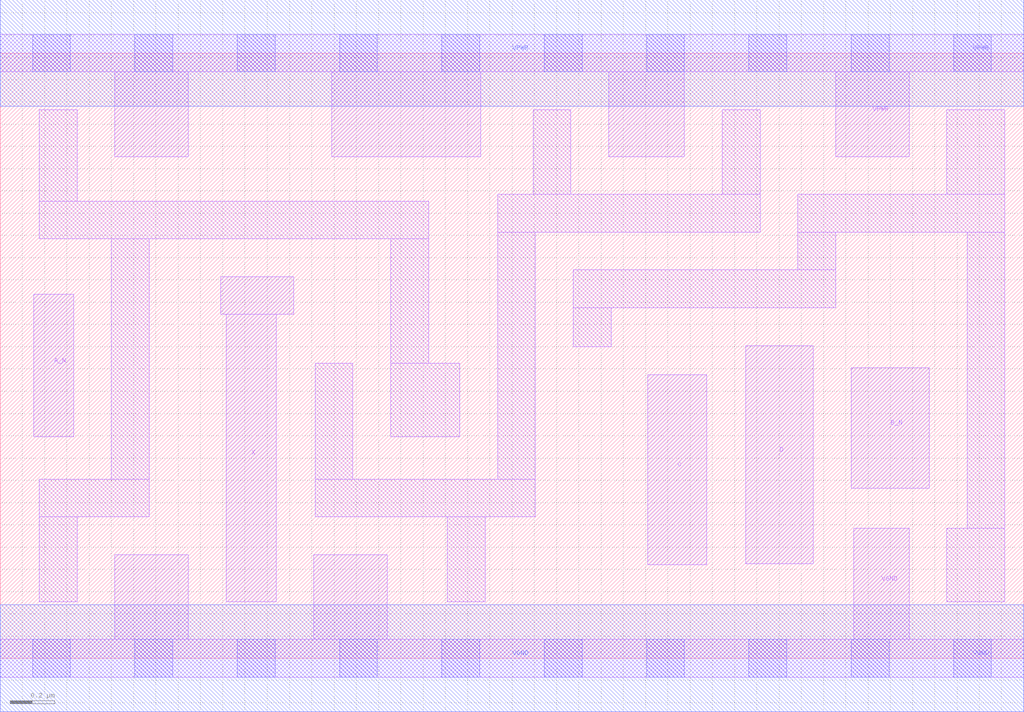
<source format=lef>
# Copyright 2020 The SkyWater PDK Authors
#
# Licensed under the Apache License, Version 2.0 (the "License");
# you may not use this file except in compliance with the License.
# You may obtain a copy of the License at
#
#     https://www.apache.org/licenses/LICENSE-2.0
#
# Unless required by applicable law or agreed to in writing, software
# distributed under the License is distributed on an "AS IS" BASIS,
# WITHOUT WARRANTIES OR CONDITIONS OF ANY KIND, either express or implied.
# See the License for the specific language governing permissions and
# limitations under the License.
#
# SPDX-License-Identifier: Apache-2.0

VERSION 5.7 ;
  NAMESCASESENSITIVE ON ;
  NOWIREEXTENSIONATPIN ON ;
  DIVIDERCHAR "/" ;
  BUSBITCHARS "[]" ;
UNITS
  DATABASE MICRONS 200 ;
END UNITS
MACRO sky130_fd_sc_hd__and4bb_2
  CLASS CORE ;
  SOURCE USER ;
  FOREIGN sky130_fd_sc_hd__and4bb_2 ;
  ORIGIN  0.000000  0.000000 ;
  SIZE  4.600000 BY  2.720000 ;
  SYMMETRY X Y R90 ;
  SITE unithd ;
  PIN A_N
    ANTENNAGATEAREA  0.126000 ;
    DIRECTION INPUT ;
    USE SIGNAL ;
    PORT
      LAYER li1 ;
        RECT 0.150000 0.995000 0.330000 1.635000 ;
    END
  END A_N
  PIN B_N
    ANTENNAGATEAREA  0.126000 ;
    DIRECTION INPUT ;
    USE SIGNAL ;
    PORT
      LAYER li1 ;
        RECT 3.825000 0.765000 4.175000 1.305000 ;
    END
  END B_N
  PIN C
    ANTENNAGATEAREA  0.126000 ;
    DIRECTION INPUT ;
    USE SIGNAL ;
    PORT
      LAYER li1 ;
        RECT 2.910000 0.420000 3.175000 1.275000 ;
    END
  END C
  PIN D
    ANTENNAGATEAREA  0.126000 ;
    DIRECTION INPUT ;
    USE SIGNAL ;
    PORT
      LAYER li1 ;
        RECT 3.350000 0.425000 3.655000 1.405000 ;
    END
  END D
  PIN X
    ANTENNADIFFAREA  0.445500 ;
    DIRECTION OUTPUT ;
    USE SIGNAL ;
    PORT
      LAYER li1 ;
        RECT 0.990000 1.545000 1.320000 1.715000 ;
        RECT 1.015000 0.255000 1.240000 1.545000 ;
    END
  END X
  PIN VGND
    DIRECTION INOUT ;
    SHAPE ABUTMENT ;
    USE GROUND ;
    PORT
      LAYER li1 ;
        RECT 0.000000 -0.085000 4.600000 0.085000 ;
        RECT 0.515000  0.085000 0.845000 0.465000 ;
        RECT 1.410000  0.085000 1.740000 0.465000 ;
        RECT 3.835000  0.085000 4.085000 0.585000 ;
      LAYER mcon ;
        RECT 0.145000 -0.085000 0.315000 0.085000 ;
        RECT 0.605000 -0.085000 0.775000 0.085000 ;
        RECT 1.065000 -0.085000 1.235000 0.085000 ;
        RECT 1.525000 -0.085000 1.695000 0.085000 ;
        RECT 1.985000 -0.085000 2.155000 0.085000 ;
        RECT 2.445000 -0.085000 2.615000 0.085000 ;
        RECT 2.905000 -0.085000 3.075000 0.085000 ;
        RECT 3.365000 -0.085000 3.535000 0.085000 ;
        RECT 3.825000 -0.085000 3.995000 0.085000 ;
        RECT 4.285000 -0.085000 4.455000 0.085000 ;
      LAYER met1 ;
        RECT 0.000000 -0.240000 4.600000 0.240000 ;
    END
  END VGND
  PIN VPWR
    DIRECTION INOUT ;
    SHAPE ABUTMENT ;
    USE POWER ;
    PORT
      LAYER li1 ;
        RECT 0.000000 2.635000 4.600000 2.805000 ;
        RECT 0.515000 2.255000 0.845000 2.635000 ;
        RECT 1.490000 2.255000 2.160000 2.635000 ;
        RECT 2.735000 2.255000 3.075000 2.635000 ;
        RECT 3.755000 2.255000 4.085000 2.635000 ;
      LAYER mcon ;
        RECT 0.145000 2.635000 0.315000 2.805000 ;
        RECT 0.605000 2.635000 0.775000 2.805000 ;
        RECT 1.065000 2.635000 1.235000 2.805000 ;
        RECT 1.525000 2.635000 1.695000 2.805000 ;
        RECT 1.985000 2.635000 2.155000 2.805000 ;
        RECT 2.445000 2.635000 2.615000 2.805000 ;
        RECT 2.905000 2.635000 3.075000 2.805000 ;
        RECT 3.365000 2.635000 3.535000 2.805000 ;
        RECT 3.825000 2.635000 3.995000 2.805000 ;
        RECT 4.285000 2.635000 4.455000 2.805000 ;
      LAYER met1 ;
        RECT 0.000000 2.480000 4.600000 2.960000 ;
    END
  END VPWR
  OBS
    LAYER li1 ;
      RECT 0.175000 0.255000 0.345000 0.635000 ;
      RECT 0.175000 0.635000 0.670000 0.805000 ;
      RECT 0.175000 1.885000 1.925000 2.055000 ;
      RECT 0.175000 2.055000 0.345000 2.465000 ;
      RECT 0.500000 0.805000 0.670000 1.885000 ;
      RECT 1.415000 0.635000 2.405000 0.805000 ;
      RECT 1.415000 0.805000 1.585000 1.325000 ;
      RECT 1.755000 0.995000 2.065000 1.325000 ;
      RECT 1.755000 1.325000 1.925000 1.885000 ;
      RECT 2.010000 0.255000 2.180000 0.635000 ;
      RECT 2.235000 0.805000 2.405000 1.915000 ;
      RECT 2.235000 1.915000 3.415000 2.085000 ;
      RECT 2.395000 2.085000 2.565000 2.465000 ;
      RECT 2.575000 1.400000 2.745000 1.575000 ;
      RECT 2.575000 1.575000 3.755000 1.745000 ;
      RECT 3.245000 2.085000 3.415000 2.465000 ;
      RECT 3.585000 1.745000 3.755000 1.915000 ;
      RECT 3.585000 1.915000 4.515000 2.085000 ;
      RECT 4.255000 0.255000 4.515000 0.585000 ;
      RECT 4.255000 2.085000 4.515000 2.465000 ;
      RECT 4.345000 0.585000 4.515000 1.915000 ;
  END
END sky130_fd_sc_hd__and4bb_2

</source>
